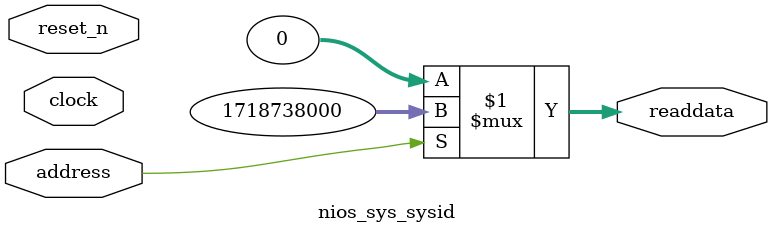
<source format=v>



// synthesis translate_off
`timescale 1ns / 1ps
// synthesis translate_on

// turn off superfluous verilog processor warnings 
// altera message_level Level1 
// altera message_off 10034 10035 10036 10037 10230 10240 10030 

module nios_sys_sysid (
               // inputs:
                address,
                clock,
                reset_n,

               // outputs:
                readdata
             )
;

  output  [ 31: 0] readdata;
  input            address;
  input            clock;
  input            reset_n;

  wire    [ 31: 0] readdata;
  //control_slave, which is an e_avalon_slave
  assign readdata = address ? 1718738000 : 0;

endmodule



</source>
